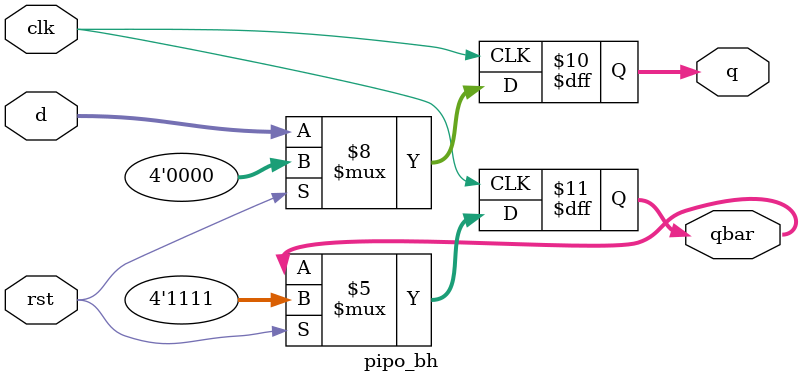
<source format=v>
`timescale 1ns / 1ps
module pipo_bh(
    input [3:0] d,
    input clk,rst,
    output reg [3:0] q,qbar
    );

always@(posedge clk)
begin
if(rst==1) begin
q=4'b0000; qbar=~q; end
else begin
q= d;
end
end

endmodule

</source>
